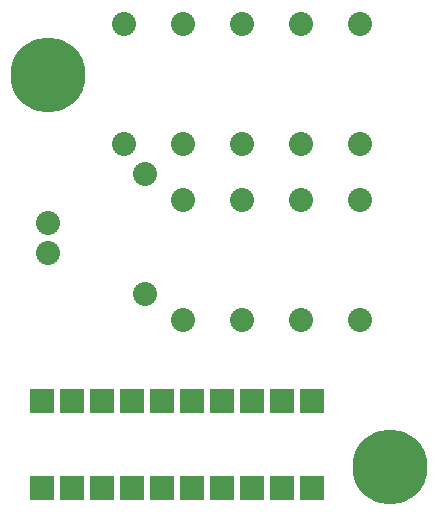
<source format=gbr>
G04 PROTEUS GERBER X2 FILE*
%TF.GenerationSoftware,Labcenter,Proteus,8.9-SP0-Build27865*%
%TF.CreationDate,2020-09-01T01:31:35+00:00*%
%TF.FileFunction,Copper,L1,Top*%
%TF.FilePolarity,Positive*%
%TF.Part,Single*%
%TF.SameCoordinates,{645d2930-4b01-4661-932c-4068817f58a5}*%
%FSLAX45Y45*%
%MOMM*%
G01*
%TA.AperFunction,ComponentPad*%
%ADD10C,2.032000*%
%TA.AperFunction,OtherPad,Unknown*%
%ADD11C,6.350000*%
%TA.AperFunction,ComponentPad*%
%ADD12R,2.032000X2.032000*%
%TD.AperFunction*%
D10*
X-8500000Y+7234000D03*
X-8500000Y+8250000D03*
X-8000000Y+7234000D03*
X-8000000Y+8250000D03*
X-7500000Y+7234000D03*
X-7500000Y+8250000D03*
X-7000000Y+7234000D03*
X-7000000Y+8250000D03*
X-6500000Y+7234000D03*
X-6500000Y+8250000D03*
X-8320000Y+5970000D03*
X-8320000Y+6986000D03*
X-8000000Y+5750000D03*
X-8000000Y+6766000D03*
X-7500000Y+5750000D03*
X-7500000Y+6766000D03*
X-7000000Y+5750000D03*
X-7000000Y+6766000D03*
X-6500000Y+5750000D03*
X-6500000Y+6766000D03*
D11*
X-6240000Y+4500000D03*
X-9140000Y+7820000D03*
D10*
X-9140000Y+6564000D03*
X-9140000Y+6310000D03*
D12*
X-6908000Y+4320000D03*
X-7162000Y+4320000D03*
X-7416000Y+4320000D03*
X-7670000Y+4320000D03*
X-7924000Y+4320000D03*
X-8178000Y+4320000D03*
X-8432000Y+4320000D03*
X-8686000Y+4320000D03*
X-8940000Y+4320000D03*
X-9194000Y+4320000D03*
X-9192000Y+5060000D03*
X-8938000Y+5060000D03*
X-8684000Y+5060000D03*
X-8430000Y+5060000D03*
X-8176000Y+5060000D03*
X-7922000Y+5060000D03*
X-7668000Y+5060000D03*
X-7414000Y+5060000D03*
X-7160000Y+5060000D03*
X-6906000Y+5060000D03*
M02*

</source>
